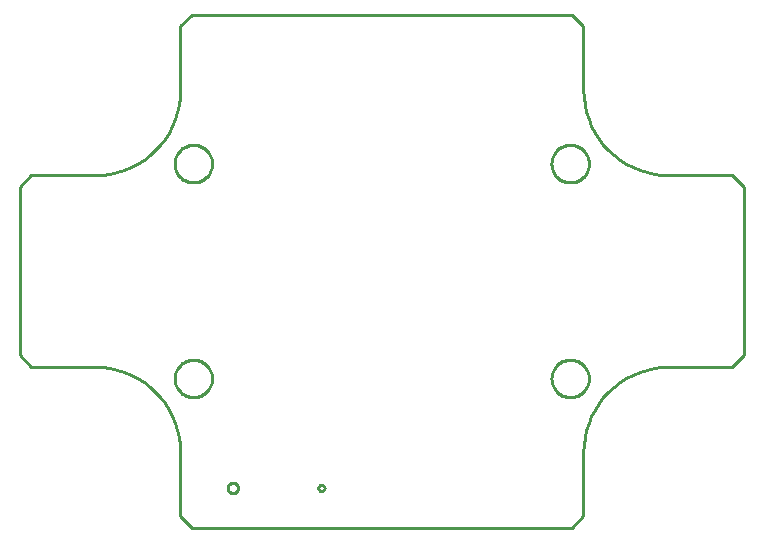
<source format=gbr>
G04 EAGLE Gerber RS-274X export*
G75*
%MOMM*%
%FSLAX34Y34*%
%LPD*%
%IN*%
%IPPOS*%
%AMOC8*
5,1,8,0,0,1.08239X$1,22.5*%
G01*
%ADD10C,0.254000*%


D10*
X762Y146144D02*
X10762Y136144D01*
X64262Y136144D01*
X70571Y135869D01*
X76832Y135044D01*
X82998Y133677D01*
X89021Y131778D01*
X94855Y129362D01*
X100457Y126446D01*
X105783Y123052D01*
X110793Y119208D01*
X115449Y114941D01*
X119716Y110285D01*
X123560Y105275D01*
X126954Y99949D01*
X129870Y94347D01*
X132286Y88513D01*
X134185Y82490D01*
X135552Y76324D01*
X136377Y70063D01*
X136652Y63754D01*
X136652Y10000D01*
X146652Y0D01*
X468028Y0D01*
X478028Y10000D01*
X478028Y63754D01*
X478303Y70063D01*
X479128Y76324D01*
X480495Y82490D01*
X482394Y88513D01*
X484810Y94347D01*
X487726Y99949D01*
X491120Y105275D01*
X494964Y110285D01*
X499231Y114941D01*
X503887Y119208D01*
X508897Y123052D01*
X514223Y126446D01*
X519825Y129362D01*
X525659Y131778D01*
X531682Y133677D01*
X537848Y135044D01*
X544109Y135869D01*
X550418Y136144D01*
X603918Y136144D01*
X613918Y146144D01*
X613918Y288196D01*
X603918Y298196D01*
X550418Y298196D01*
X544109Y298471D01*
X537848Y299296D01*
X531682Y300663D01*
X525659Y302562D01*
X519825Y304978D01*
X514223Y307894D01*
X508897Y311288D01*
X503887Y315132D01*
X499231Y319399D01*
X494964Y324055D01*
X491120Y329065D01*
X487726Y334391D01*
X484810Y339993D01*
X482394Y345827D01*
X480495Y351850D01*
X479128Y358016D01*
X478303Y364277D01*
X478028Y370586D01*
X478028Y424340D01*
X468028Y434340D01*
X146652Y434340D01*
X136652Y424340D01*
X136652Y370586D01*
X136377Y364277D01*
X135552Y358016D01*
X134185Y351850D01*
X132286Y345827D01*
X129870Y339993D01*
X126954Y334391D01*
X123560Y329065D01*
X119716Y324055D01*
X115449Y319399D01*
X110793Y315132D01*
X105783Y311288D01*
X100457Y307894D01*
X94855Y304978D01*
X89021Y302562D01*
X82998Y300663D01*
X76832Y299296D01*
X70571Y298471D01*
X64262Y298196D01*
X10762Y298196D01*
X762Y288196D01*
X762Y146144D01*
X163703Y307582D02*
X163635Y306545D01*
X163499Y305515D01*
X163297Y304495D01*
X163028Y303491D01*
X162693Y302507D01*
X162296Y301547D01*
X161836Y300615D01*
X161316Y299714D01*
X160739Y298850D01*
X160106Y298026D01*
X159421Y297244D01*
X158686Y296509D01*
X157904Y295824D01*
X157080Y295191D01*
X156216Y294614D01*
X155315Y294094D01*
X154383Y293634D01*
X153423Y293237D01*
X152439Y292902D01*
X151435Y292633D01*
X150415Y292431D01*
X149385Y292295D01*
X148348Y292227D01*
X147308Y292227D01*
X146271Y292295D01*
X145241Y292431D01*
X144221Y292633D01*
X143217Y292902D01*
X142233Y293237D01*
X141273Y293634D01*
X140341Y294094D01*
X139440Y294614D01*
X138576Y295191D01*
X137752Y295824D01*
X136970Y296509D01*
X136235Y297244D01*
X135550Y298026D01*
X134917Y298850D01*
X134340Y299714D01*
X133820Y300615D01*
X133360Y301547D01*
X132963Y302507D01*
X132628Y303491D01*
X132359Y304495D01*
X132157Y305515D01*
X132021Y306545D01*
X131953Y307582D01*
X131953Y308622D01*
X132021Y309659D01*
X132157Y310689D01*
X132359Y311709D01*
X132628Y312713D01*
X132963Y313697D01*
X133360Y314657D01*
X133820Y315589D01*
X134340Y316490D01*
X134917Y317354D01*
X135550Y318178D01*
X136235Y318960D01*
X136970Y319695D01*
X137752Y320380D01*
X138576Y321013D01*
X139440Y321590D01*
X140341Y322110D01*
X141273Y322570D01*
X142233Y322967D01*
X143217Y323302D01*
X144221Y323571D01*
X145241Y323773D01*
X146271Y323909D01*
X147308Y323977D01*
X148348Y323977D01*
X149385Y323909D01*
X150415Y323773D01*
X151435Y323571D01*
X152439Y323302D01*
X153423Y322967D01*
X154383Y322570D01*
X155315Y322110D01*
X156216Y321590D01*
X157080Y321013D01*
X157904Y320380D01*
X158686Y319695D01*
X159421Y318960D01*
X160106Y318178D01*
X160739Y317354D01*
X161316Y316490D01*
X161836Y315589D01*
X162296Y314657D01*
X162693Y313697D01*
X163028Y312713D01*
X163297Y311709D01*
X163499Y310689D01*
X163635Y309659D01*
X163703Y308622D01*
X163703Y307582D01*
X163703Y125718D02*
X163635Y124681D01*
X163499Y123651D01*
X163297Y122631D01*
X163028Y121627D01*
X162693Y120643D01*
X162296Y119683D01*
X161836Y118751D01*
X161316Y117850D01*
X160739Y116986D01*
X160106Y116162D01*
X159421Y115380D01*
X158686Y114645D01*
X157904Y113960D01*
X157080Y113327D01*
X156216Y112750D01*
X155315Y112230D01*
X154383Y111770D01*
X153423Y111373D01*
X152439Y111038D01*
X151435Y110769D01*
X150415Y110567D01*
X149385Y110431D01*
X148348Y110363D01*
X147308Y110363D01*
X146271Y110431D01*
X145241Y110567D01*
X144221Y110769D01*
X143217Y111038D01*
X142233Y111373D01*
X141273Y111770D01*
X140341Y112230D01*
X139440Y112750D01*
X138576Y113327D01*
X137752Y113960D01*
X136970Y114645D01*
X136235Y115380D01*
X135550Y116162D01*
X134917Y116986D01*
X134340Y117850D01*
X133820Y118751D01*
X133360Y119683D01*
X132963Y120643D01*
X132628Y121627D01*
X132359Y122631D01*
X132157Y123651D01*
X132021Y124681D01*
X131953Y125718D01*
X131953Y126758D01*
X132021Y127795D01*
X132157Y128825D01*
X132359Y129845D01*
X132628Y130849D01*
X132963Y131833D01*
X133360Y132793D01*
X133820Y133725D01*
X134340Y134626D01*
X134917Y135490D01*
X135550Y136314D01*
X136235Y137096D01*
X136970Y137831D01*
X137752Y138516D01*
X138576Y139149D01*
X139440Y139726D01*
X140341Y140246D01*
X141273Y140706D01*
X142233Y141103D01*
X143217Y141438D01*
X144221Y141707D01*
X145241Y141909D01*
X146271Y142045D01*
X147308Y142113D01*
X148348Y142113D01*
X149385Y142045D01*
X150415Y141909D01*
X151435Y141707D01*
X152439Y141438D01*
X153423Y141103D01*
X154383Y140706D01*
X155315Y140246D01*
X156216Y139726D01*
X157080Y139149D01*
X157904Y138516D01*
X158686Y137831D01*
X159421Y137096D01*
X160106Y136314D01*
X160739Y135490D01*
X161316Y134626D01*
X161836Y133725D01*
X162296Y132793D01*
X162693Y131833D01*
X163028Y130849D01*
X163297Y129845D01*
X163499Y128825D01*
X163635Y127795D01*
X163703Y126758D01*
X163703Y125718D01*
X482727Y307582D02*
X482659Y306545D01*
X482523Y305515D01*
X482321Y304495D01*
X482052Y303491D01*
X481717Y302507D01*
X481320Y301547D01*
X480860Y300615D01*
X480340Y299714D01*
X479763Y298850D01*
X479130Y298026D01*
X478445Y297244D01*
X477710Y296509D01*
X476928Y295824D01*
X476104Y295191D01*
X475240Y294614D01*
X474339Y294094D01*
X473407Y293634D01*
X472447Y293237D01*
X471463Y292902D01*
X470459Y292633D01*
X469439Y292431D01*
X468409Y292295D01*
X467372Y292227D01*
X466332Y292227D01*
X465295Y292295D01*
X464265Y292431D01*
X463245Y292633D01*
X462241Y292902D01*
X461257Y293237D01*
X460297Y293634D01*
X459365Y294094D01*
X458464Y294614D01*
X457600Y295191D01*
X456776Y295824D01*
X455994Y296509D01*
X455259Y297244D01*
X454574Y298026D01*
X453941Y298850D01*
X453364Y299714D01*
X452844Y300615D01*
X452384Y301547D01*
X451987Y302507D01*
X451652Y303491D01*
X451383Y304495D01*
X451181Y305515D01*
X451045Y306545D01*
X450977Y307582D01*
X450977Y308622D01*
X451045Y309659D01*
X451181Y310689D01*
X451383Y311709D01*
X451652Y312713D01*
X451987Y313697D01*
X452384Y314657D01*
X452844Y315589D01*
X453364Y316490D01*
X453941Y317354D01*
X454574Y318178D01*
X455259Y318960D01*
X455994Y319695D01*
X456776Y320380D01*
X457600Y321013D01*
X458464Y321590D01*
X459365Y322110D01*
X460297Y322570D01*
X461257Y322967D01*
X462241Y323302D01*
X463245Y323571D01*
X464265Y323773D01*
X465295Y323909D01*
X466332Y323977D01*
X467372Y323977D01*
X468409Y323909D01*
X469439Y323773D01*
X470459Y323571D01*
X471463Y323302D01*
X472447Y322967D01*
X473407Y322570D01*
X474339Y322110D01*
X475240Y321590D01*
X476104Y321013D01*
X476928Y320380D01*
X477710Y319695D01*
X478445Y318960D01*
X479130Y318178D01*
X479763Y317354D01*
X480340Y316490D01*
X480860Y315589D01*
X481320Y314657D01*
X481717Y313697D01*
X482052Y312713D01*
X482321Y311709D01*
X482523Y310689D01*
X482659Y309659D01*
X482727Y308622D01*
X482727Y307582D01*
X482727Y125718D02*
X482659Y124681D01*
X482523Y123651D01*
X482321Y122631D01*
X482052Y121627D01*
X481717Y120643D01*
X481320Y119683D01*
X480860Y118751D01*
X480340Y117850D01*
X479763Y116986D01*
X479130Y116162D01*
X478445Y115380D01*
X477710Y114645D01*
X476928Y113960D01*
X476104Y113327D01*
X475240Y112750D01*
X474339Y112230D01*
X473407Y111770D01*
X472447Y111373D01*
X471463Y111038D01*
X470459Y110769D01*
X469439Y110567D01*
X468409Y110431D01*
X467372Y110363D01*
X466332Y110363D01*
X465295Y110431D01*
X464265Y110567D01*
X463245Y110769D01*
X462241Y111038D01*
X461257Y111373D01*
X460297Y111770D01*
X459365Y112230D01*
X458464Y112750D01*
X457600Y113327D01*
X456776Y113960D01*
X455994Y114645D01*
X455259Y115380D01*
X454574Y116162D01*
X453941Y116986D01*
X453364Y117850D01*
X452844Y118751D01*
X452384Y119683D01*
X451987Y120643D01*
X451652Y121627D01*
X451383Y122631D01*
X451181Y123651D01*
X451045Y124681D01*
X450977Y125718D01*
X450977Y126758D01*
X451045Y127795D01*
X451181Y128825D01*
X451383Y129845D01*
X451652Y130849D01*
X451987Y131833D01*
X452384Y132793D01*
X452844Y133725D01*
X453364Y134626D01*
X453941Y135490D01*
X454574Y136314D01*
X455259Y137096D01*
X455994Y137831D01*
X456776Y138516D01*
X457600Y139149D01*
X458464Y139726D01*
X459365Y140246D01*
X460297Y140706D01*
X461257Y141103D01*
X462241Y141438D01*
X463245Y141707D01*
X464265Y141909D01*
X465295Y142045D01*
X466332Y142113D01*
X467372Y142113D01*
X468409Y142045D01*
X469439Y141909D01*
X470459Y141707D01*
X471463Y141438D01*
X472447Y141103D01*
X473407Y140706D01*
X474339Y140246D01*
X475240Y139726D01*
X476104Y139149D01*
X476928Y138516D01*
X477710Y137831D01*
X478445Y137096D01*
X479130Y136314D01*
X479763Y135490D01*
X480340Y134626D01*
X480860Y133725D01*
X481320Y132793D01*
X481717Y131833D01*
X482052Y130849D01*
X482321Y129845D01*
X482523Y128825D01*
X482659Y127795D01*
X482727Y126758D01*
X482727Y125718D01*
X253640Y33735D02*
X253704Y34139D01*
X253831Y34528D01*
X254016Y34893D01*
X254257Y35224D01*
X254546Y35513D01*
X254877Y35754D01*
X255242Y35940D01*
X255631Y36066D01*
X256035Y36130D01*
X256445Y36130D01*
X256849Y36066D01*
X257238Y35940D01*
X257603Y35754D01*
X257934Y35513D01*
X258223Y35224D01*
X258464Y34893D01*
X258650Y34528D01*
X258776Y34139D01*
X258840Y33735D01*
X258840Y33325D01*
X258776Y32921D01*
X258650Y32532D01*
X258464Y32167D01*
X258223Y31836D01*
X257934Y31547D01*
X257603Y31306D01*
X257238Y31121D01*
X256849Y30994D01*
X256445Y30930D01*
X256035Y30930D01*
X255631Y30994D01*
X255242Y31121D01*
X254877Y31306D01*
X254546Y31547D01*
X254257Y31836D01*
X254016Y32167D01*
X253831Y32532D01*
X253704Y32921D01*
X253640Y33325D01*
X253640Y33735D01*
X176790Y33822D02*
X176866Y34400D01*
X177017Y34963D01*
X177240Y35502D01*
X177532Y36008D01*
X177887Y36470D01*
X178300Y36883D01*
X178762Y37238D01*
X179268Y37530D01*
X179807Y37753D01*
X180370Y37904D01*
X180948Y37980D01*
X181532Y37980D01*
X182110Y37904D01*
X182673Y37753D01*
X183212Y37530D01*
X183718Y37238D01*
X184180Y36883D01*
X184593Y36470D01*
X184948Y36008D01*
X185240Y35502D01*
X185463Y34963D01*
X185614Y34400D01*
X185690Y33822D01*
X185690Y33238D01*
X185614Y32660D01*
X185463Y32097D01*
X185240Y31558D01*
X184948Y31052D01*
X184593Y30590D01*
X184180Y30177D01*
X183718Y29822D01*
X183212Y29530D01*
X182673Y29307D01*
X182110Y29156D01*
X181532Y29080D01*
X180948Y29080D01*
X180370Y29156D01*
X179807Y29307D01*
X179268Y29530D01*
X178762Y29822D01*
X178300Y30177D01*
X177887Y30590D01*
X177532Y31052D01*
X177240Y31558D01*
X177017Y32097D01*
X176866Y32660D01*
X176790Y33238D01*
X176790Y33822D01*
M02*

</source>
